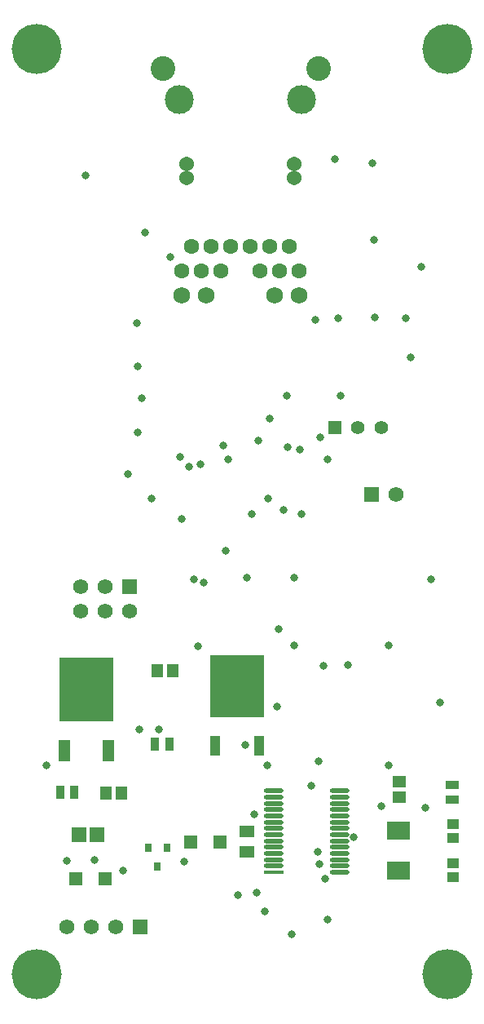
<source format=gbs>
G04*
G04 #@! TF.GenerationSoftware,Altium Limited,Altium Designer,23.0.1 (38)*
G04*
G04 Layer_Color=16711935*
%FSLAX44Y44*%
%MOMM*%
G71*
G04*
G04 #@! TF.SameCoordinates,29EA246D-3BC2-426E-A151-39073B1FECC7*
G04*
G04*
G04 #@! TF.FilePolarity,Negative*
G04*
G01*
G75*
%ADD22R,1.3046X1.4562*%
%ADD26R,0.9500X1.3500*%
%ADD34R,1.3500X0.9500*%
%ADD52C,5.2032*%
%ADD53C,3.0032*%
%ADD54C,2.5582*%
%ADD55C,1.5382*%
%ADD56C,1.7332*%
%ADD57C,1.6012*%
%ADD58R,1.5732X1.5732*%
%ADD59C,1.5732*%
%ADD60C,1.4032*%
%ADD61R,1.4032X1.4032*%
%ADD62C,0.8032*%
G04:AMPARAMS|DCode=75|XSize=2.0528mm|YSize=0.4549mm|CornerRadius=0.2275mm|HoleSize=0mm|Usage=FLASHONLY|Rotation=0.000|XOffset=0mm|YOffset=0mm|HoleType=Round|Shape=RoundedRectangle|*
%AMROUNDEDRECTD75*
21,1,2.0528,0.0000,0,0,0.0*
21,1,1.5979,0.4549,0,0,0.0*
1,1,0.4549,0.7990,0.0000*
1,1,0.4549,-0.7990,0.0000*
1,1,0.4549,-0.7990,0.0000*
1,1,0.4549,0.7990,0.0000*
%
%ADD75ROUNDEDRECTD75*%
%ADD76R,2.0528X0.4549*%
%ADD79R,1.4562X1.3046*%
%ADD80R,1.5082X1.2065*%
%ADD83R,1.3082X1.0057*%
%ADD84R,2.4000X1.9000*%
%ADD87R,1.5534X1.5562*%
%ADD88R,1.1532X2.3032*%
%ADD89R,1.1032X2.0032*%
%ADD90R,5.6532X6.4032*%
%ADD91R,1.4232X1.3232*%
%ADD92R,0.8032X0.9032*%
%ADD93R,5.7032X6.7032*%
D22*
X1355528Y435610D02*
D03*
X1408868Y562610D02*
D03*
X1392752D02*
D03*
X1339412Y435610D02*
D03*
D26*
X1390650Y486410D02*
D03*
X1405650D02*
D03*
X1291830Y436880D02*
D03*
X1306830D02*
D03*
D34*
X1699260Y444260D02*
D03*
Y429260D02*
D03*
D52*
X1694180Y247650D02*
D03*
X1267460D02*
D03*
X1694180Y1207770D02*
D03*
X1267460D02*
D03*
D53*
X1416050Y1155700D02*
D03*
X1543050D02*
D03*
D54*
X1398900Y1187500D02*
D03*
X1560200D02*
D03*
D55*
X1423650Y1074500D02*
D03*
Y1089100D02*
D03*
X1535450Y1074500D02*
D03*
Y1089100D02*
D03*
D56*
X1418650Y952500D02*
D03*
X1444000D02*
D03*
X1515100D02*
D03*
X1540450D02*
D03*
D57*
X1418650Y977900D02*
D03*
X1438950D02*
D03*
X1459250D02*
D03*
X1499850D02*
D03*
X1520150D02*
D03*
X1540450D02*
D03*
X1469400Y1003300D02*
D03*
X1489700D02*
D03*
X1510000D02*
D03*
X1530300D02*
D03*
X1449100D02*
D03*
X1428800D02*
D03*
D58*
X1375410Y297180D02*
D03*
X1363980Y650240D02*
D03*
X1615440Y745490D02*
D03*
D59*
X1350010Y297180D02*
D03*
X1324610D02*
D03*
X1299210D02*
D03*
X1363980Y624840D02*
D03*
X1338580Y650240D02*
D03*
Y624840D02*
D03*
X1313180Y650240D02*
D03*
Y624840D02*
D03*
X1640840Y745490D02*
D03*
D60*
X1625870Y815340D02*
D03*
X1601470D02*
D03*
D61*
X1577070D02*
D03*
D62*
X1406540Y992490D02*
D03*
X1583690Y848360D02*
D03*
X1496060Y332601D02*
D03*
X1569747Y304615D02*
D03*
X1581150Y928370D02*
D03*
X1553210Y443230D02*
D03*
X1596529Y389890D02*
D03*
X1671320Y420370D02*
D03*
X1416315Y785125D02*
D03*
X1425990Y774763D02*
D03*
X1437640Y777240D02*
D03*
X1418590Y720090D02*
D03*
X1543050Y725170D02*
D03*
X1466850Y782320D02*
D03*
X1362710Y767080D02*
D03*
X1577340Y1093470D02*
D03*
X1651000Y928370D02*
D03*
X1656080Y887730D02*
D03*
X1619250Y929640D02*
D03*
X1374140Y501650D02*
D03*
X1561720Y362225D02*
D03*
X1532890Y289560D02*
D03*
X1507490Y464820D02*
D03*
X1421130Y364490D02*
D03*
X1357630Y355600D02*
D03*
X1435100Y588010D02*
D03*
X1394460Y501650D02*
D03*
X1299210Y365760D02*
D03*
X1327334Y366846D02*
D03*
X1484630Y486049D02*
D03*
X1633220Y464820D02*
D03*
X1567180Y346710D02*
D03*
X1559560Y374650D02*
D03*
X1476745Y330465D02*
D03*
X1504950Y313230D02*
D03*
X1517650Y525780D02*
D03*
X1277620Y464820D02*
D03*
X1686560Y529590D02*
D03*
X1535430Y659130D02*
D03*
Y589280D02*
D03*
X1560506Y469187D02*
D03*
X1677670Y657860D02*
D03*
X1633220Y589280D02*
D03*
X1591310Y568960D02*
D03*
X1431290Y657860D02*
D03*
X1441450Y654050D02*
D03*
X1485900Y659130D02*
D03*
X1386840Y741680D02*
D03*
X1527810Y848360D02*
D03*
X1667510Y981710D02*
D03*
X1616710Y1089660D02*
D03*
X1371600Y923290D02*
D03*
X1372870Y878840D02*
D03*
X1380490Y1017270D02*
D03*
X1318260Y1076960D02*
D03*
X1461770Y796290D02*
D03*
X1557020Y927100D02*
D03*
X1617980Y1009650D02*
D03*
X1625368Y422698D02*
D03*
X1490980Y725170D02*
D03*
X1507950Y741220D02*
D03*
X1523719Y729440D02*
D03*
X1569720Y782320D02*
D03*
X1540665Y792710D02*
D03*
X1528378Y795110D02*
D03*
X1562100Y805180D02*
D03*
X1497860Y801820D02*
D03*
X1464310Y687070D02*
D03*
X1518920Y605790D02*
D03*
X1509396Y824150D02*
D03*
X1372870Y810166D02*
D03*
X1565910Y567690D02*
D03*
X1493520Y414020D02*
D03*
X1376680Y845820D02*
D03*
D75*
X1582343Y353730D02*
D03*
Y360230D02*
D03*
Y366730D02*
D03*
Y373230D02*
D03*
Y379730D02*
D03*
Y386230D02*
D03*
Y392730D02*
D03*
Y399230D02*
D03*
Y405730D02*
D03*
Y412230D02*
D03*
Y418730D02*
D03*
Y425230D02*
D03*
Y431730D02*
D03*
Y438230D02*
D03*
X1513840D02*
D03*
Y431730D02*
D03*
Y425230D02*
D03*
Y418730D02*
D03*
Y412230D02*
D03*
Y405730D02*
D03*
Y399230D02*
D03*
Y392730D02*
D03*
Y386230D02*
D03*
Y379730D02*
D03*
Y373230D02*
D03*
Y366730D02*
D03*
Y360230D02*
D03*
D76*
Y353730D02*
D03*
D79*
X1644650Y447478D02*
D03*
Y431362D02*
D03*
D80*
X1485900Y375223D02*
D03*
Y396240D02*
D03*
D83*
X1700530Y388978D02*
D03*
Y403502D02*
D03*
Y348338D02*
D03*
Y362862D02*
D03*
D84*
X1643380Y396600D02*
D03*
Y355600D02*
D03*
D87*
X1311546Y392430D02*
D03*
X1330054D02*
D03*
D88*
X1296670Y480060D02*
D03*
X1342270D02*
D03*
D89*
X1453160Y485050D02*
D03*
X1498760D02*
D03*
D90*
X1475960Y547050D02*
D03*
D91*
X1427720Y384810D02*
D03*
X1457720D02*
D03*
X1338340Y346710D02*
D03*
X1308340D02*
D03*
D92*
X1383690Y379570D02*
D03*
X1402690D02*
D03*
X1393190Y359570D02*
D03*
D93*
X1319470Y543060D02*
D03*
M02*

</source>
